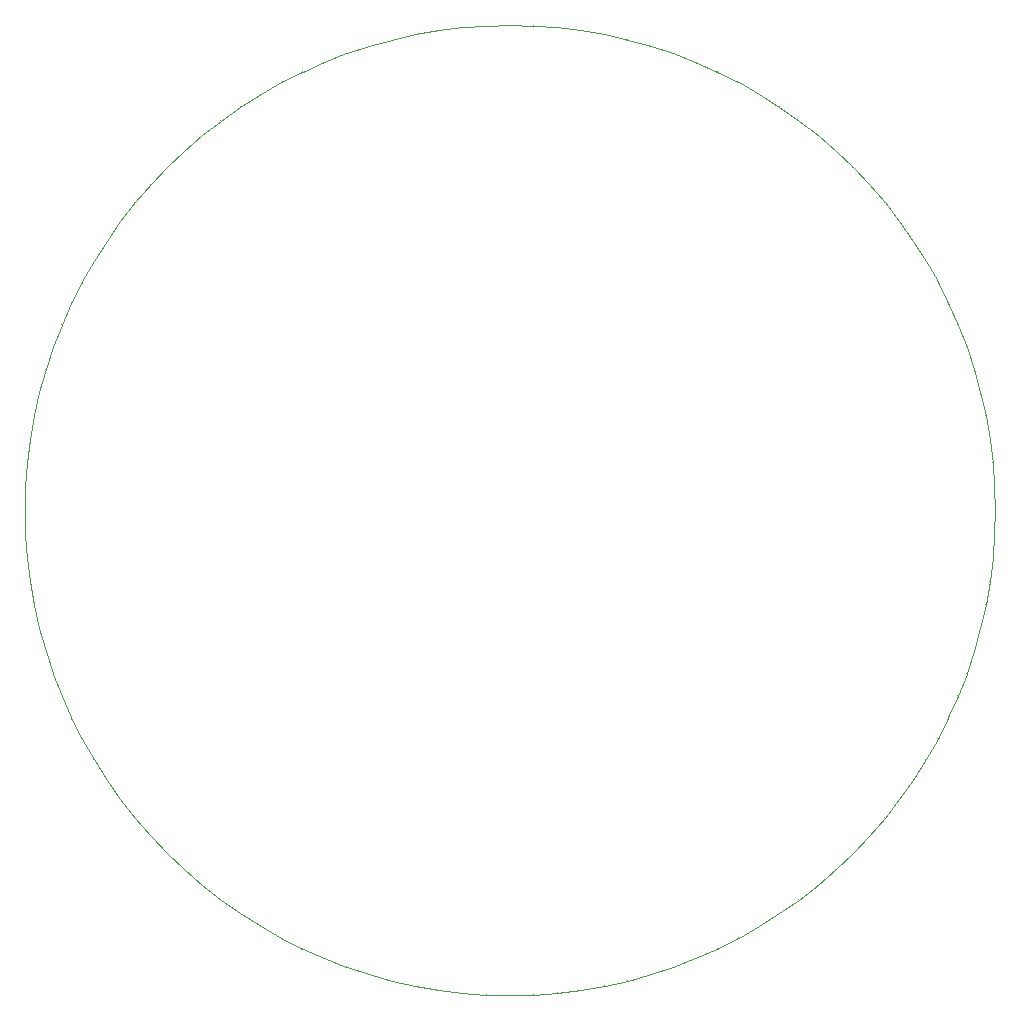
<source format=gko>
G04 Layer_Color=16720538*
%FSLAX24Y24*%
%MOIN*%
G70*
G01*
G75*
%ADD730C,0.0039*%
%ADD731C,0.0039*%
D730*
X42970Y38509D02*
G03*
X42969Y38509I-17J-11D01*
G01*
X43394Y37838D02*
G03*
X43394Y37839I-17J-10D01*
G01*
X43785Y37148D02*
G03*
X43785Y37149I-18J-9D01*
G01*
X43785Y37148D02*
G03*
X43785Y37149I-18J-9D01*
G01*
X43394Y37838D02*
G03*
X43394Y37839I-17J-10D01*
G01*
X42024Y39783D02*
G03*
X42024Y39784I-15J-12D01*
G01*
X42025Y39783D02*
G03*
X42024Y39783I-16J-12D01*
G01*
X42513Y39157D02*
G03*
X42512Y39158I-16J-11D01*
G01*
X42513Y39157D02*
G03*
X42512Y39158I-16J-11D01*
G01*
X42970Y38509D02*
G03*
X42969Y38509I-17J-11D01*
G01*
X44463Y35714D02*
G03*
X44463Y35715I-18J-7D01*
G01*
X44463Y35714D02*
G03*
X44463Y35715I-18J-7D01*
G01*
X44749Y34973D02*
G03*
X44749Y34974I-19J-6D01*
G01*
X44749Y34973D02*
G03*
X44749Y34974I-19J-6D01*
G01*
X44142Y36440D02*
G03*
X44141Y36440I-18J-9D01*
G01*
X44142Y36439D02*
G03*
X44142Y36440I-18J-8D01*
G01*
X44142Y36439D02*
G03*
X44142Y36440I-18J-8D01*
G01*
X40959Y40958D02*
G03*
X40959Y40959I-14J-13D01*
G01*
X40959Y40959D02*
G03*
X40958Y40959I-14J-14D01*
G01*
X40385Y41506D02*
G03*
X40384Y41506I-14J-14D01*
G01*
X41506Y40384D02*
G03*
X41506Y40385I-15J-13D01*
G01*
X41506Y40384D02*
G03*
X41506Y40385I-14J-13D01*
G01*
X39784Y42024D02*
G03*
X39783Y42025I-13J-15D01*
G01*
X39783Y42024D02*
G03*
X39783Y42025I-12J-15D01*
G01*
X39784Y42024D02*
G03*
X39783Y42024I-13J-15D01*
G01*
X40385Y41506D02*
G03*
X40384Y41506I-14J-14D01*
G01*
X42025Y39783D02*
G03*
X42024Y39784I-16J-12D01*
G01*
X44998Y34220D02*
G03*
X44998Y34221I-19J-5D01*
G01*
X44998Y34220D02*
G03*
X44998Y34221I-19J-5D01*
G01*
X45210Y33455D02*
G03*
X45209Y33456I-19J-4D01*
G01*
X45209Y33455D02*
G03*
X45209Y33456I-19J-4D01*
G01*
X35715Y44463D02*
G03*
X35714Y44463I-8J-18D01*
G01*
X35715Y44463D02*
G03*
X35714Y44463I-8J-18D01*
G01*
X36440Y44142D02*
G03*
X36439Y44142I-9J-18D01*
G01*
X36440Y44141D02*
G03*
X36440Y44142I-9J-18D01*
G01*
X36440Y44142D02*
G03*
X36439Y44142I-9J-18D01*
G01*
X34221Y44998D02*
G03*
X34220Y44998I-6J-19D01*
G01*
X34221Y44998D02*
G03*
X34220Y44998I-6J-19D01*
G01*
X34974Y44749D02*
G03*
X34973Y44749I-7J-18D01*
G01*
X34974Y44749D02*
G03*
X34973Y44749I-7J-18D01*
G01*
X38509Y42969D02*
G03*
X38509Y42970I-11J-16D01*
G01*
X38509Y42969D02*
G03*
X38509Y42970I-11J-16D01*
G01*
X39158Y42512D02*
G03*
X39157Y42513I-12J-16D01*
G01*
X39158Y42512D02*
G03*
X39157Y42513I-12J-16D01*
G01*
X37149Y43785D02*
G03*
X37148Y43785I-10J-17D01*
G01*
X37149Y43785D02*
G03*
X37148Y43785I-10J-17D01*
G01*
X37839Y43394D02*
G03*
X37838Y43394I-10J-17D01*
G01*
X37839Y43394D02*
G03*
X37838Y43394I-11J-17D01*
G01*
X31900Y45519D02*
G03*
X31899Y45519I-3J-19D01*
G01*
X31900Y45519D02*
G03*
X31899Y45519I-3J-19D01*
G01*
X32682Y45383D02*
G03*
X32681Y45383I-4J-19D01*
G01*
X32682Y45383D02*
G03*
X32681Y45383I-4J-19D01*
G01*
X30321Y45674D02*
G03*
X30320Y45674I-1J-20D01*
G01*
X30321Y45674D02*
G03*
X30320Y45674I-1J-20D01*
G01*
X31113Y45616D02*
G03*
X31112Y45616I-2J-20D01*
G01*
X31113Y45616D02*
G03*
X31112Y45616I-2J-20D01*
G01*
X33456Y45209D02*
G03*
X33455Y45209I-5J-19D01*
G01*
X33456Y45209D02*
G03*
X33455Y45210I-5J-19D01*
G01*
X45674Y30320D02*
G03*
X45674Y30321I-20J-1D01*
G01*
X45674Y30320D02*
G03*
X45674Y30321I-20J-0D01*
G01*
X45616Y31112D02*
G03*
X45616Y31113I-20J-1D01*
G01*
X45694Y29527D02*
G03*
X45694Y29528I-20J0D01*
G01*
X45519Y31899D02*
G03*
X45519Y31900I-20J-2D01*
G01*
X45519Y31899D02*
G03*
X45519Y31900I-20J-2D01*
G01*
X45383Y32681D02*
G03*
X45383Y32682I-19J-3D01*
G01*
X45616Y31112D02*
G03*
X45616Y31113I-20J-1D01*
G01*
X45694Y29527D02*
G03*
X45694Y29528I-20J0D01*
G01*
X45674Y28734D02*
G03*
X45674Y28735I-20J1D01*
G01*
X45674Y28734D02*
G03*
X45674Y28735I-20J1D01*
G01*
X45519Y27155D02*
G03*
X45519Y27156I-19J3D01*
G01*
X45519Y27155D02*
G03*
X45519Y27156I-19J3D01*
G01*
X45383Y26373D02*
G03*
X45383Y26374I-19J4D01*
G01*
X45383Y32681D02*
G03*
X45383Y32682I-19J-3D01*
G01*
Y26373D02*
G03*
X45383Y26374I-19J4D01*
G01*
X45209Y25599D02*
G03*
X45210Y25600I-19J5D01*
G01*
X45209Y25599D02*
G03*
X45209Y25600I-19J5D01*
G01*
X44998Y24834D02*
G03*
X44998Y24835I-19J6D01*
G01*
X44998Y24834D02*
G03*
X44998Y24835I-19J6D01*
G01*
X44749Y24081D02*
G03*
X44749Y24082I-18J7D01*
G01*
X44749Y24081D02*
G03*
X44749Y24082I-18J7D01*
G01*
X44463Y23341D02*
G03*
X44463Y23342I-18J8D01*
G01*
X44463Y23340D02*
G03*
X44463Y23341I-18J8D01*
G01*
X44142Y22615D02*
G03*
X44142Y22616I-18J9D01*
G01*
X44142Y22615D02*
G03*
X44142Y22616I-18J9D01*
G01*
X44141Y22615D02*
G03*
X44142Y22615I-18J9D01*
G01*
X43785Y21906D02*
G03*
X43785Y21907I-17J10D01*
G01*
X43785Y21906D02*
G03*
X43785Y21907I-17J10D01*
G01*
X43394Y21216D02*
G03*
X43394Y21217I-17J11D01*
G01*
X43394Y21216D02*
G03*
X43394Y21217I-17J10D01*
G01*
X42970Y20546D02*
G03*
X42970Y20547I-17J11D01*
G01*
X42969Y20546D02*
G03*
X42970Y20546I-16J11D01*
G01*
X42969Y20546D02*
G03*
X42970Y20546I-16J11D01*
G01*
X42512Y19897D02*
G03*
X42513Y19898I-16J12D01*
G01*
X42512Y19897D02*
G03*
X42513Y19898I-16J12D01*
G01*
X42024Y19272D02*
G03*
X42025Y19272I-15J12D01*
G01*
X42024Y19271D02*
G03*
X42024Y19272I-15J13D01*
G01*
X42024Y19271D02*
G03*
X42025Y19272I-15J13D01*
G01*
X40959Y18096D02*
G03*
X40959Y18097I-14J14D01*
G01*
X40959Y18096D02*
G03*
X40959Y18097I-14J14D01*
G01*
X40958Y18096D02*
G03*
X40959Y18096I-13J14D01*
G01*
X40384Y17549D02*
G03*
X40385Y17550I-13J14D01*
G01*
X40384Y17549D02*
G03*
X40385Y17549I-13J15D01*
G01*
X39783Y17031D02*
G03*
X39784Y17031I-12J16D01*
G01*
X39783Y17031D02*
G03*
X39784Y17031I-12J15D01*
G01*
X39783Y17030D02*
G03*
X39783Y17031I-12J16D01*
G01*
X39157Y16542D02*
G03*
X39158Y16543I-11J16D01*
G01*
X39157Y16542D02*
G03*
X39158Y16543I-11J16D01*
G01*
X38509Y16085D02*
G03*
X38509Y16086I-10J17D01*
G01*
X37839Y15661D02*
G03*
X37839Y15662I-10J17D01*
G01*
X37838Y15661D02*
G03*
X37839Y15661I-10J17D01*
G01*
X37838Y15661D02*
G03*
X37839Y15662I-10J17D01*
G01*
X37148Y15270D02*
G03*
X37149Y15270I-9J18D01*
G01*
X37148Y15270D02*
G03*
X37149Y15270I-9J18D01*
G01*
X36439Y14913D02*
G03*
X36440Y14914I-8J18D01*
G01*
X36439Y14913D02*
G03*
X36440Y14914I-8J18D01*
G01*
X35714Y14592D02*
G03*
X35715Y14592I-7J18D01*
G01*
X35714Y14592D02*
G03*
X35715Y14592I-7J18D01*
G01*
X34973Y14306D02*
G03*
X34974Y14306I-6J19D01*
G01*
X34973Y14306D02*
G03*
X34974Y14306I-6J19D01*
G01*
X34220Y14057D02*
G03*
X34221Y14058I-5J19D01*
G01*
X34220Y14057D02*
G03*
X34221Y14058I-5J19D01*
G01*
X33455Y13846D02*
G03*
X33456Y13846I-4J19D01*
G01*
X33455Y13846D02*
G03*
X33456Y13846I-4J19D01*
G01*
X32681Y13672D02*
G03*
X32682Y13672I-3J19D01*
G01*
X32681Y13672D02*
G03*
X32682Y13672I-3J19D01*
G01*
X31899Y13536D02*
G03*
X31900Y13536I-2J20D01*
G01*
X31899Y13536D02*
G03*
X31900Y13536I-2J20D01*
G01*
X31112Y13439D02*
G03*
X31113Y13439I-1J20D01*
G01*
X31112Y13439D02*
G03*
X31113Y13439I-1J20D01*
G01*
X30320Y13381D02*
G03*
X30321Y13381I-0J20D01*
G01*
X30320Y13381D02*
G03*
X30321Y13381I-1J20D01*
G01*
X29528Y45694D02*
G03*
X29527Y45694I-0J-20D01*
G01*
X29528D02*
G03*
X29527Y45694I-0J-20D01*
G01*
X28735Y45674D02*
G03*
X28734Y45674I1J-20D01*
G01*
X28735Y45674D02*
G03*
X28734Y45674I0J-20D01*
G01*
X27156Y45519D02*
G03*
X27155Y45519I2J-20D01*
G01*
X27156Y45519D02*
G03*
X27155Y45519I2J-20D01*
G01*
X26374Y45383D02*
G03*
X26373Y45383I3J-19D01*
G01*
X26374Y45383D02*
G03*
X26373Y45383I3J-19D01*
G01*
X25600Y45210D02*
G03*
X25599Y45209I4J-19D01*
G01*
X25600Y45209D02*
G03*
X25599Y45209I4J-19D01*
G01*
X24835Y44998D02*
G03*
X24834Y44998I5J-19D01*
G01*
X24835Y44998D02*
G03*
X24834Y44998I5J-19D01*
G01*
X24082Y44749D02*
G03*
X24081Y44749I6J-19D01*
G01*
X24082Y44749D02*
G03*
X24081Y44749I6J-19D01*
G01*
X23342Y44463D02*
G03*
X23341Y44463I7J-18D01*
G01*
X23341Y44463D02*
G03*
X23340Y44463I7J-18D01*
G01*
X22616Y44142D02*
G03*
X22615Y44142I8J-18D01*
G01*
X22615Y44142D02*
G03*
X22615Y44141I9J-18D01*
G01*
X22616Y44142D02*
G03*
X22615Y44142I8J-18D01*
G01*
X21907Y43785D02*
G03*
X21906Y43785I9J-18D01*
G01*
X21907Y43785D02*
G03*
X21906Y43785I9J-18D01*
G01*
X21217Y43394D02*
G03*
X21216Y43394I10J-17D01*
G01*
X21217Y43394D02*
G03*
X21216Y43394I10J-17D01*
G01*
X20546Y42970D02*
G03*
X20546Y42969I11J-17D01*
G01*
X20547Y42970D02*
G03*
X20546Y42970I10J-17D01*
G01*
X20546Y42970D02*
G03*
X20546Y42969I11J-17D01*
G01*
X19898Y42513D02*
G03*
X19897Y42512I11J-16D01*
G01*
X19898Y42513D02*
G03*
X19897Y42512I11J-16D01*
G01*
X19272Y42024D02*
G03*
X19271Y42024I12J-15D01*
G01*
X19272Y42025D02*
G03*
X19272Y42024I12J-16D01*
G01*
X19272Y42025D02*
G03*
X19271Y42024I12J-16D01*
G01*
X18097Y40959D02*
G03*
X18096Y40959I14J-14D01*
G01*
X18096Y40959D02*
G03*
X18096Y40958I14J-14D01*
G01*
X18097Y40959D02*
G03*
X18096Y40959I14J-14D01*
G01*
X17550Y40385D02*
G03*
X17549Y40384I14J-14D01*
G01*
X17549Y40385D02*
G03*
X17549Y40384I14J-14D01*
G01*
X17031Y39784D02*
G03*
X17031Y39783I15J-13D01*
G01*
X17031Y39783D02*
G03*
X17030Y39783I15J-12D01*
G01*
X17031Y39784D02*
G03*
X17031Y39783I15J-13D01*
G01*
X16543Y39158D02*
G03*
X16542Y39157I16J-12D01*
G01*
X16543Y39158D02*
G03*
X16542Y39157I16J-12D01*
G01*
X16086Y38509D02*
G03*
X16085Y38509I17J-11D01*
G01*
X15661Y37839D02*
G03*
X15661Y37838I17J-10D01*
G01*
X15662Y37839D02*
G03*
X15661Y37839I17J-11D01*
G01*
X15662Y37839D02*
G03*
X15661Y37838I17J-11D01*
G01*
X15270Y37149D02*
G03*
X15270Y37148I17J-10D01*
G01*
X15270Y37149D02*
G03*
X15270Y37148I17J-10D01*
G01*
X14914Y36440D02*
G03*
X14913Y36439I18J-9D01*
G01*
X14914Y36440D02*
G03*
X14913Y36439I18J-9D01*
G01*
X14592Y35715D02*
G03*
X14592Y35714I18J-8D01*
G01*
X14592Y35715D02*
G03*
X14592Y35714I18J-8D01*
G01*
X14306Y34974D02*
G03*
X14306Y34973I18J-7D01*
G01*
X14306Y34974D02*
G03*
X14306Y34973I18J-7D01*
G01*
X14058Y34221D02*
G03*
X14057Y34220I19J-6D01*
G01*
X14058Y34221D02*
G03*
X14057Y34220I19J-6D01*
G01*
X13846Y33456D02*
G03*
X13846Y33455I19J-5D01*
G01*
X13846Y33456D02*
G03*
X13846Y33455I19J-5D01*
G01*
X13672Y32682D02*
G03*
X13672Y32681I19J-4D01*
G01*
X26373Y13672D02*
G03*
X26374Y13672I4J19D01*
G01*
X25599Y13846D02*
G03*
X25600Y13846I5J19D01*
G01*
X26373Y13672D02*
G03*
X26374Y13672I4J19D01*
G01*
X29527Y13361D02*
G03*
X29528Y13361I0J20D01*
G01*
X29527D02*
G03*
X29528Y13361I0J20D01*
G01*
X28734Y13381D02*
G03*
X28735Y13381I1J20D01*
G01*
X27155Y13536D02*
G03*
X27156Y13536I3J19D01*
G01*
X27155Y13536D02*
G03*
X27156Y13536I3J19D01*
G01*
X28734Y13381D02*
G03*
X28735Y13381I1J20D01*
G01*
X21906Y15270D02*
G03*
X21907Y15270I10J17D01*
G01*
X22615Y14914D02*
G03*
X22616Y14913I9J18D01*
G01*
X21906Y15270D02*
G03*
X21907Y15270I10J17D01*
G01*
X21216Y15661D02*
G03*
X21217Y15661I10J17D01*
G01*
X21216Y15662D02*
G03*
X21216Y15661I11J17D01*
G01*
X21216Y15662D02*
G03*
X21217Y15661I11J17D01*
G01*
X20546Y16086D02*
G03*
X20547Y16085I11J17D01*
G01*
X24834Y14058D02*
G03*
X24835Y14057I6J19D01*
G01*
X24081Y14306D02*
G03*
X24082Y14306I7J18D01*
G01*
X25599Y13846D02*
G03*
X25600Y13846I5J19D01*
G01*
X24834Y14058D02*
G03*
X24835Y14057I6J19D01*
G01*
X23340Y14592D02*
G03*
X23341Y14592I8J18D01*
G01*
X22615Y14914D02*
G03*
X22616Y14913I9J18D01*
G01*
X24081Y14306D02*
G03*
X24082Y14306I7J18D01*
G01*
X23341Y14592D02*
G03*
X23342Y14592I8J18D01*
G01*
X13672Y26374D02*
G03*
X13672Y26373I19J3D01*
G01*
X13846Y25600D02*
G03*
X13846Y25599I19J4D01*
G01*
X13846Y25600D02*
G03*
X13846Y25599I19J4D01*
G01*
X14306Y24082D02*
G03*
X14306Y24081I19J6D01*
G01*
X14057Y24835D02*
G03*
X14058Y24834I19J5D01*
G01*
X14306Y24082D02*
G03*
X14306Y24081I19J6D01*
G01*
X14057Y24835D02*
G03*
X14058Y24834I19J5D01*
G01*
X13672Y32682D02*
G03*
X13672Y32681I19J-4D01*
G01*
X13536Y31900D02*
G03*
X13536Y31899I19J-3D01*
G01*
X13536Y31900D02*
G03*
X13536Y31899I19J-3D01*
G01*
X13439Y31113D02*
G03*
X13439Y31112I20J-2D01*
G01*
X13439Y31113D02*
G03*
X13439Y31112I20J-2D01*
G01*
X13381Y30321D02*
G03*
X13381Y30320I20J-1D01*
G01*
X13381Y30321D02*
G03*
X13381Y30320I20J-1D01*
G01*
X13361Y29528D02*
G03*
X13361Y29527I20J-0D01*
G01*
X13536Y27156D02*
G03*
X13536Y27155I20J2D01*
G01*
X13672Y26374D02*
G03*
X13672Y26373I19J3D01*
G01*
X13536Y27156D02*
G03*
X13536Y27155I20J2D01*
G01*
X13381Y28735D02*
G03*
X13381Y28734I20J1D01*
G01*
X13361Y29528D02*
G03*
X13361Y29527I20J-0D01*
G01*
X13381Y28735D02*
G03*
X13381Y28734I20J0D01*
G01*
X19271Y17031D02*
G03*
X19272Y17031I13J15D01*
G01*
X19897Y16543D02*
G03*
X19898Y16542I12J16D01*
G01*
X19897Y16543D02*
G03*
X19898Y16542I12J16D01*
G01*
X19272Y17031D02*
G03*
X19272Y17030I12J15D01*
G01*
X19271Y17031D02*
G03*
X19272Y17031I13J15D01*
G01*
X18096Y18097D02*
G03*
X18097Y18096I14J14D01*
G01*
X18096Y18097D02*
G03*
X18097Y18096I14J14D01*
G01*
X18671Y17550D02*
G03*
X18671Y17549I14J14D01*
G01*
X15270Y21907D02*
G03*
X15270Y21906I18J9D01*
G01*
X15661Y21217D02*
G03*
X15662Y21216I17J10D01*
G01*
X15661Y21216D02*
G03*
X15662Y21216I17J10D01*
G01*
X15661Y21217D02*
G03*
X15661Y21216I17J10D01*
G01*
X15270Y21907D02*
G03*
X15270Y21906I18J9D01*
G01*
X14592Y23341D02*
G03*
X14592Y23340I18J7D01*
G01*
X14592Y23342D02*
G03*
X14592Y23341I18J7D01*
G01*
X14913Y22616D02*
G03*
X14914Y22615I18J8D01*
G01*
X14913Y22616D02*
G03*
X14914Y22615I18J8D01*
G01*
X17031Y19272D02*
G03*
X17031Y19271I15J12D01*
G01*
X17030Y19272D02*
G03*
X17031Y19272I16J12D01*
G01*
X17549Y18671D02*
G03*
X17550Y18671I14J13D01*
G01*
X17031Y19272D02*
G03*
X17031Y19271I16J12D01*
G01*
X16085Y20547D02*
G03*
X16086Y20546I17J10D01*
G01*
X16542Y19898D02*
G03*
X16543Y19897I16J11D01*
G01*
X16542Y19898D02*
G03*
X16543Y19897I16J11D01*
G01*
X42970Y38509D02*
X42970Y38509D01*
X42970Y38509D01*
X43394Y37839D01*
X43394Y37839D01*
X43394Y37839D01*
X43394Y37838D02*
X43394Y37838D01*
X43394Y37838D01*
X43785Y37149D01*
X43785Y37149D01*
X43785Y37149D01*
X42024Y39783D02*
X42025Y39783D01*
X42025Y39783D01*
X42512Y39158D01*
X42512Y39158D01*
X42512Y39158D01*
X42513Y39157D02*
X42513Y39157D01*
X42513Y39157D01*
X42969Y38509D01*
X42969Y38509D01*
X42969Y38509D01*
X44463Y35714D02*
X44463Y35714D01*
X44749Y34974D01*
X44749Y34974D01*
X44749Y34973D02*
X44998Y34221D01*
X43785Y37148D02*
X43785Y37148D01*
X43785Y37148D01*
X44141Y36440D01*
X44142Y36440D01*
X44142Y36440D01*
X44142Y36439D02*
X44142Y36439D01*
X44463Y35715D01*
X44463Y35715D01*
X40959Y40959D02*
X40959Y40959D01*
X40958Y40959D02*
X40959Y40959D01*
X40385Y41506D02*
X40958Y40959D01*
X40385Y41506D02*
X40385Y41506D01*
X40384Y41506D02*
X40385Y41506D01*
X40959Y40959D02*
X40959Y40959D01*
X40959Y40958D01*
X41506Y40385D01*
X41506Y40385D01*
X41506Y40384D01*
X40384Y41506D02*
X40384Y41506D01*
X40384Y41506D02*
X40384Y41506D01*
X39784Y42024D02*
X40384Y41506D01*
X39784Y42024D02*
X39784Y42024D01*
X39784Y42024D02*
X39784Y42024D01*
X39783Y42025D02*
X39783Y42024D01*
X39783Y42025D02*
X39783Y42025D01*
X39158Y42512D02*
X39783Y42025D01*
X39158Y42512D02*
X39158Y42512D01*
X39158Y42512D02*
X39158Y42512D01*
X41506Y40384D02*
X41506Y40384D01*
X41506Y40384D01*
X42024Y39784D01*
X42024Y39784D01*
X42024Y39784D01*
X44998Y34220D02*
X45209Y33456D01*
X36439Y44142D02*
X36439Y44142D01*
X35715Y44463D02*
X36439Y44142D01*
X35715Y44463D02*
X35715Y44463D01*
X35714Y44463D02*
X35714Y44463D01*
X34974Y44749D02*
X35714Y44463D01*
X34974Y44749D02*
X34974Y44749D01*
X37148Y43785D02*
X37148Y43785D01*
X37148Y43785D02*
X37148Y43785D01*
X36440Y44141D02*
X37148Y43785D01*
X36440Y44142D02*
X36440Y44141D01*
X36440Y44142D02*
X36440Y44142D01*
X34221Y44998D02*
X34973Y44749D01*
X39157Y42513D02*
X39157Y42513D01*
X39157Y42513D02*
X39157Y42513D01*
X38509Y42969D02*
X39157Y42513D01*
X38509Y42969D02*
X38509Y42969D01*
X38509Y42969D02*
X38509Y42969D01*
X38509Y42970D02*
X38509Y42970D01*
X38509Y42970D02*
X38509Y42970D01*
X37839Y43394D02*
X38509Y42970D01*
X37839Y43394D02*
X37839Y43394D01*
X37839Y43394D02*
X37839Y43394D01*
X37838Y43394D02*
X37838Y43394D01*
X37838Y43394D02*
X37838Y43394D01*
X37149Y43785D02*
X37838Y43394D01*
X37149Y43785D02*
X37149Y43785D01*
X37149Y43785D02*
X37149Y43785D01*
X32681Y45383D02*
X32681Y45383D01*
X32681Y45383D02*
X32681Y45383D01*
X31900Y45519D02*
X32681Y45383D01*
X31900Y45519D02*
X31900Y45519D01*
X31900Y45519D02*
X31900Y45519D01*
X31113Y45616D02*
X31899Y45519D01*
X33455Y45210D02*
X33455Y45209D01*
X32682Y45383D02*
X33455Y45210D01*
X32682Y45383D02*
X32682Y45383D01*
X30321Y45674D02*
X31112Y45616D01*
X33456Y45209D02*
X34220Y44998D01*
X45616Y31112D02*
X45674Y30321D01*
X45674Y30320D02*
X45674Y30320D01*
X45674Y30320D01*
X45694Y29528D01*
X45694Y29528D01*
X45694Y29528D01*
X45383Y32681D02*
X45383Y32681D01*
X45383Y32681D01*
X45519Y31900D01*
X45519Y31900D01*
X45519Y31900D01*
X45519Y31899D02*
X45616Y31113D01*
X45694Y29527D02*
X45694Y29527D01*
X45694Y29527D02*
X45694Y29527D01*
X45674Y28735D02*
X45694Y29527D01*
X45674Y28735D02*
X45674Y28735D01*
X45674Y28735D02*
X45674Y28735D01*
X45616Y27943D02*
X45674Y28734D01*
X45519Y27156D02*
X45616Y27943D01*
X45519Y27155D02*
X45519Y27155D01*
X45519Y27155D02*
X45519Y27155D01*
X45383Y26374D02*
X45519Y27155D01*
X45383Y26374D02*
X45383Y26374D01*
X45383Y26374D02*
X45383Y26374D01*
X45209Y33455D02*
X45210Y33455D01*
X45383Y32682D01*
X45383Y32682D01*
X45383Y26373D02*
X45383Y26373D01*
X45210Y25600D02*
X45383Y26373D01*
X45209Y25600D02*
X45210Y25600D01*
X44998Y24835D02*
X45209Y25599D01*
X44749Y24082D02*
X44998Y24834D01*
X44749Y24081D02*
X44749Y24081D01*
X44463Y23342D02*
X44749Y24081D01*
X44463Y23341D02*
X44463Y23342D01*
X44463Y23340D02*
X44463Y23341D01*
X44142Y22616D02*
X44463Y23340D01*
X44142Y22616D02*
X44142Y22616D01*
X44142Y22615D02*
X44142Y22615D01*
X44141Y22615D02*
X44142Y22615D01*
X43785Y21907D02*
X44141Y22615D01*
X43785Y21907D02*
X43785Y21907D01*
X43785Y21907D02*
X43785Y21907D01*
X43785Y21906D02*
X43785Y21906D01*
X43785Y21906D02*
X43785Y21906D01*
X43394Y21217D02*
X43785Y21906D01*
X43394Y21217D02*
X43394Y21217D01*
X43394Y21217D02*
X43394Y21217D01*
X43394Y21216D02*
X43394Y21216D01*
X43394Y21216D02*
X43394Y21216D01*
X42970Y20547D02*
X43394Y21216D01*
X42970Y20546D02*
X42970Y20547D01*
X42970Y20546D02*
X42970Y20546D01*
X42969Y20546D02*
X42969Y20546D01*
X42969Y20546D02*
X42969Y20546D01*
X42513Y19898D02*
X42969Y20546D01*
X42513Y19898D02*
X42513Y19898D01*
X42513Y19898D02*
X42513Y19898D01*
X42512Y19897D02*
X42512Y19897D01*
X42512Y19897D02*
X42512Y19897D01*
X42025Y19272D02*
X42512Y19897D01*
X42025Y19272D02*
X42025Y19272D01*
X42024Y19272D02*
X42025Y19272D01*
X42024Y19271D02*
X42024Y19271D01*
X42024Y19271D02*
X42024Y19271D01*
X41506Y18671D02*
X42024Y19271D01*
X41506Y18671D02*
X41506Y18671D01*
X41506Y18671D02*
X41506Y18671D01*
X41506Y18671D02*
X41506Y18671D01*
X41506Y18671D02*
X41506Y18671D01*
X40959Y18097D02*
X41506Y18671D01*
X40959Y18097D02*
X40959Y18097D01*
X40959Y18097D02*
X40959Y18097D01*
X40959Y18096D02*
X40959Y18096D01*
X40958Y18096D02*
X40959Y18096D01*
X40385Y17550D02*
X40958Y18096D01*
X40385Y17549D02*
X40385Y17550D01*
X40384Y17549D02*
X40385Y17549D01*
X40384Y17549D02*
X40384Y17549D01*
X40384Y17549D02*
X40384Y17549D01*
X39784Y17031D02*
X40384Y17549D01*
X39784Y17031D02*
X39784Y17031D01*
X39784Y17031D02*
X39784Y17031D01*
X39783Y17031D02*
X39783Y17031D01*
X39783Y17030D02*
X39783Y17031D01*
X39158Y16543D02*
X39783Y17030D01*
X39158Y16543D02*
X39158Y16543D01*
X39158Y16543D02*
X39158Y16543D01*
X39157Y16542D02*
X39157Y16542D01*
X39157Y16542D02*
X39157Y16542D01*
X38509Y16086D02*
X39157Y16542D01*
X38509Y16086D02*
X38509Y16086D01*
X38509Y16086D02*
X38509Y16086D01*
X38509Y16086D02*
X38509Y16086D01*
X38509Y16085D02*
X38509Y16086D01*
X37839Y15662D02*
X38509Y16085D01*
X37839Y15662D02*
X37839Y15662D01*
X37839Y15661D02*
X37839Y15662D01*
X37838Y15661D02*
X37838Y15661D01*
X37838Y15661D02*
X37838Y15661D01*
X37149Y15270D02*
X37838Y15661D01*
X37149Y15270D02*
X37149Y15270D01*
X37149Y15270D02*
X37149Y15270D01*
X37148Y15270D02*
X37148Y15270D01*
X37148Y15270D02*
X37148Y15270D01*
X36440Y14914D02*
X37148Y15270D01*
X36440Y14914D02*
X36440Y14914D01*
X36440Y14914D02*
X36440Y14914D01*
X36439Y14913D02*
X36439Y14913D01*
X35715Y14592D02*
X36439Y14913D01*
X35715Y14592D02*
X35715Y14592D01*
X35714Y14592D02*
X35714Y14592D01*
X34974Y14306D02*
X35714Y14592D01*
X34974Y14306D02*
X34974Y14306D01*
X34221Y14058D02*
X34973Y14306D01*
X33456Y13846D02*
X34220Y14057D01*
X33455Y13846D02*
X33455Y13846D01*
X32682Y13672D02*
X33455Y13846D01*
X32682Y13672D02*
X32682Y13672D01*
X32681Y13672D02*
X32681Y13672D01*
X32681Y13672D02*
X32681Y13672D01*
X31900Y13536D02*
X32681Y13672D01*
X31900Y13536D02*
X31900Y13536D01*
X31900Y13536D02*
X31900Y13536D01*
X31113Y13439D02*
X31899Y13536D01*
X30321Y13381D02*
X31112Y13439D01*
X30320Y45674D02*
X30320Y45674D01*
X30320Y45674D02*
X30320Y45674D01*
X29528Y45694D02*
X30320Y45674D01*
X29528Y45694D02*
X29528Y45694D01*
X29528Y45694D02*
X29528Y45694D01*
X29527D02*
X29527Y45694D01*
X29527Y45694D02*
X29527Y45694D01*
X28735Y45674D02*
X29527Y45694D01*
X28735Y45674D02*
X28735Y45674D01*
X28735Y45674D02*
X28735Y45674D01*
X27943Y45616D02*
X28734Y45674D01*
X27156Y45519D02*
X27943Y45616D01*
X27155Y45519D02*
X27155Y45519D01*
X27155Y45519D02*
X27155Y45519D01*
X26374Y45383D02*
X27155Y45519D01*
X26374Y45383D02*
X26374Y45383D01*
X26374Y45383D02*
X26374Y45383D01*
X26373Y45383D02*
X26373Y45383D01*
X25600Y45210D02*
X26373Y45383D01*
X25600Y45209D02*
X25600Y45210D01*
X24835Y44998D02*
X25599Y45209D01*
X24082Y44749D02*
X24834Y44998D01*
X24081Y44749D02*
X24081Y44749D01*
X23342Y44463D02*
X24081Y44749D01*
X23341Y44463D02*
X23342Y44463D01*
X23340Y44463D02*
X23341Y44463D01*
X22616Y44142D02*
X23340Y44463D01*
X22616Y44142D02*
X22616Y44142D01*
X22615Y44142D02*
X22615Y44142D01*
X22615Y44141D02*
X22615Y44142D01*
X21907Y43785D02*
X22615Y44141D01*
X21907Y43785D02*
X21907Y43785D01*
X21907Y43785D02*
X21907Y43785D01*
X21906Y43785D02*
X21906Y43785D01*
X21906Y43785D02*
X21906Y43785D01*
X21217Y43394D02*
X21906Y43785D01*
X21217Y43394D02*
X21217Y43394D01*
X21217Y43394D02*
X21217Y43394D01*
X21216Y43394D02*
X21216Y43394D01*
X21216Y43394D02*
X21216Y43394D01*
X20547Y42970D02*
X21216Y43394D01*
X20546Y42970D02*
X20547Y42970D01*
X20546Y42970D02*
X20546Y42970D01*
X20546Y42969D02*
X20546Y42969D01*
X20546Y42969D02*
X20546Y42969D01*
X19898Y42513D02*
X20546Y42969D01*
X19898Y42513D02*
X19898Y42513D01*
X19898Y42513D02*
X19898Y42513D01*
X19897Y42512D02*
X19897Y42512D01*
X19897Y42512D02*
X19897Y42512D01*
X19272Y42025D02*
X19897Y42512D01*
X19272Y42025D02*
X19272Y42025D01*
X19272Y42024D02*
X19272Y42025D01*
X19271Y42024D02*
X19271Y42024D01*
X19271Y42024D02*
X19271Y42024D01*
X18671Y41506D02*
X19271Y42024D01*
X18671Y41506D02*
X18671Y41506D01*
X18671Y41506D02*
X18671Y41506D01*
X18671Y41506D02*
X18671Y41506D01*
X18671Y41506D02*
X18671Y41506D01*
X18097Y40959D02*
X18671Y41506D01*
X18097Y40959D02*
X18097Y40959D01*
X18097Y40959D02*
X18097Y40959D01*
X18096Y40959D02*
X18096Y40959D01*
X18096Y40958D02*
X18096Y40959D01*
X17550Y40385D02*
X18096Y40958D01*
X17549Y40385D02*
X17550Y40385D01*
X17549Y40384D02*
X17549Y40385D01*
X17549Y40384D02*
X17549Y40384D01*
X17549Y40384D02*
X17549Y40384D01*
X17031Y39784D02*
X17549Y40384D01*
X17031Y39784D02*
X17031Y39784D01*
X17031Y39784D02*
X17031Y39784D01*
X17031Y39783D02*
X17031Y39783D01*
X17030Y39783D02*
X17031Y39783D01*
X16543Y39158D02*
X17030Y39783D01*
X16543Y39158D02*
X16543Y39158D01*
X16543Y39158D02*
X16543Y39158D01*
X16542Y39157D02*
X16542Y39157D01*
X16542Y39157D02*
X16542Y39157D01*
X16086Y38509D02*
X16542Y39157D01*
X16086Y38509D02*
X16086Y38509D01*
X16086Y38509D02*
X16086Y38509D01*
X16086Y38509D02*
X16086Y38509D01*
X16085Y38509D02*
X16086Y38509D01*
X15662Y37839D02*
X16085Y38509D01*
X15662Y37839D02*
X15662Y37839D01*
X15661Y37839D02*
X15662Y37839D01*
X15661Y37838D02*
X15661Y37838D01*
X15661Y37838D02*
X15661Y37838D01*
X15270Y37149D02*
X15661Y37838D01*
X15270Y37149D02*
X15270Y37149D01*
X15270Y37149D02*
X15270Y37149D01*
X15270Y37148D02*
X15270Y37148D01*
X15270Y37148D02*
X15270Y37148D01*
X14914Y36440D02*
X15270Y37148D01*
X14914Y36440D02*
X14914Y36440D01*
X14914Y36440D02*
X14914Y36440D01*
X14913Y36439D02*
X14913Y36439D01*
X14592Y35715D02*
X14913Y36439D01*
X14592Y35715D02*
X14592Y35715D01*
X14592Y35714D02*
X14592Y35714D01*
X14306Y34974D02*
X14592Y35714D01*
X14306Y34974D02*
X14306Y34974D01*
X14058Y34221D02*
X14306Y34973D01*
X13846Y33456D02*
X14057Y34220D01*
X13846Y33455D02*
X13846Y33455D01*
X13672Y32682D02*
X13846Y33455D01*
X13672Y32682D02*
X13672Y32682D01*
X26373Y13672D02*
X26373Y13672D01*
X25600Y13846D02*
X26373Y13672D01*
X25600Y13846D02*
X25600Y13846D01*
X27155Y13536D02*
X27155Y13536D01*
X27155Y13536D02*
X27155Y13536D01*
X26374Y13672D02*
X27155Y13536D01*
X26374Y13672D02*
X26374Y13672D01*
X26374Y13672D02*
X26374Y13672D01*
X30320Y13381D02*
X30320Y13381D01*
X30320Y13381D02*
X30320Y13381D01*
X29528Y13361D02*
X30320Y13381D01*
X29528Y13361D02*
X29528Y13361D01*
X29528Y13361D02*
X29528Y13361D01*
X29527D02*
X29527Y13361D01*
X29527Y13361D02*
X29527Y13361D01*
X28735Y13381D02*
X29527Y13361D01*
X28735Y13381D02*
X28735Y13381D01*
X28735Y13381D02*
X28735Y13381D01*
X27156Y13536D02*
X27943Y13439D01*
X27943Y13439D02*
X28734Y13381D01*
X21906Y15270D02*
X21906Y15270D01*
X21906Y15270D02*
X21906Y15270D01*
X21217Y15661D02*
X21906Y15270D01*
X21217Y15661D02*
X21217Y15661D01*
X21217Y15661D02*
X21217Y15661D01*
X22615Y14914D02*
X22615Y14914D01*
X22615Y14914D02*
X22615Y14914D01*
X21907Y15270D02*
X22615Y14914D01*
X21907Y15270D02*
X21907Y15270D01*
X21907Y15270D02*
X21907Y15270D01*
X20546Y16086D02*
X20546Y16086D01*
X20546Y16086D02*
X20546Y16086D01*
X19898Y16542D02*
X20546Y16086D01*
X19898Y16542D02*
X19898Y16542D01*
X19898Y16542D02*
X19898Y16542D01*
X21216Y15662D02*
X21216Y15661D01*
X21216Y15662D02*
X21216Y15662D01*
X20547Y16085D02*
X21216Y15662D01*
X20546Y16086D02*
X20547Y16085D01*
X20546Y16086D02*
X20546Y16086D01*
X24082Y14306D02*
X24834Y14058D01*
X24835Y14057D02*
X25599Y13846D01*
X23340Y14592D02*
X23341Y14592D01*
X22616Y14913D02*
X23340Y14592D01*
X22616Y14913D02*
X22616Y14913D01*
X24081Y14306D02*
X24081Y14306D01*
X23342Y14592D02*
X24081Y14306D01*
X23341Y14592D02*
X23342Y14592D01*
X13672Y26373D02*
X13672Y26373D01*
X13846Y25600D01*
X13846Y25600D01*
X13846Y25599D02*
X14057Y24835D01*
X14058Y24834D02*
X14306Y24082D01*
X13672Y32681D02*
X13672Y32681D01*
X13672Y32681D02*
X13672Y32681D01*
X13536Y31900D02*
X13672Y32681D01*
X13536Y31900D02*
X13536Y31900D01*
X13536Y31900D02*
X13536Y31900D01*
X13439Y31113D02*
X13536Y31899D01*
X13381Y30321D02*
X13439Y31112D01*
X13381Y30320D02*
X13381Y30320D01*
X13381Y30320D02*
X13381Y30320D01*
X13361Y29528D02*
X13381Y30320D01*
X13361Y29528D02*
X13361Y29528D01*
X13361Y29528D02*
X13361Y29528D01*
X13439Y27943D02*
X13536Y27156D01*
X13536Y27155D02*
X13536Y27155D01*
X13536Y27155D01*
X13672Y26374D01*
X13672Y26374D01*
X13672Y26374D01*
X13361Y29527D02*
X13361Y29527D01*
X13361Y29527D01*
X13381Y28735D01*
X13381Y28735D01*
X13381Y28735D01*
X13381Y28734D02*
X13439Y27943D01*
X19271Y17031D02*
X19271Y17031D01*
X19271Y17031D02*
X19271Y17031D01*
X18671Y17549D02*
X19271Y17031D01*
X18671Y17549D02*
X18671Y17549D01*
X18671Y17549D02*
X18671Y17549D01*
X19897Y16543D02*
X19897Y16543D01*
X19897Y16543D02*
X19897Y16543D01*
X19272Y17030D02*
X19897Y16543D01*
X19272Y17031D02*
X19272Y17030D01*
X19272Y17031D02*
X19272Y17031D01*
X17549Y18671D02*
X17549Y18671D01*
X17550Y18671D01*
X18096Y18097D01*
X18096Y18097D01*
X18096Y18097D01*
X18671Y17549D02*
X18671Y17549D01*
X18671Y17550D02*
X18671Y17549D01*
X18097Y18096D02*
X18671Y17550D01*
X18097Y18096D02*
X18097Y18096D01*
X18097Y18096D02*
X18097Y18096D01*
X14914Y22615D02*
X14914Y22615D01*
X14914Y22615D01*
X15270Y21907D01*
X15270Y21907D01*
X15270Y21907D01*
X15270Y21906D02*
X15270Y21906D01*
X15270Y21906D01*
X15661Y21217D01*
X15661Y21217D01*
X15661Y21217D01*
X14306Y24081D02*
X14306Y24081D01*
X14592Y23342D01*
X14592Y23341D01*
X14592Y23341D02*
X14592Y23340D01*
X14913Y22616D01*
X14913Y22616D01*
X16543Y19897D02*
X16543Y19897D01*
X16543Y19897D01*
X17030Y19272D01*
X17031Y19272D01*
X17031Y19272D01*
X17031Y19271D02*
X17031Y19271D01*
X17031Y19271D01*
X17549Y18671D01*
X17549Y18671D01*
X17549Y18671D01*
X15661Y21216D02*
X15662Y21216D01*
X15662Y21216D01*
X16085Y20547D01*
X16086Y20546D01*
X16086Y20546D01*
X16086Y20546D02*
X16086Y20546D01*
X16086Y20546D01*
X16542Y19898D01*
X16542Y19898D01*
X16542Y19898D01*
D731*
X42970Y38509D02*
D03*
X43394Y37839D02*
D03*
X43785Y37148D02*
D03*
X43785Y37149D02*
D03*
X43394Y37838D02*
D03*
X42512Y39158D02*
D03*
X42513Y39157D02*
D03*
X42969Y38509D02*
D03*
X40959Y40959D02*
D03*
X40959Y40959D02*
D03*
X40384Y41506D02*
D03*
X41506Y40384D02*
D03*
X41506Y40384D02*
D03*
X39784Y42024D02*
D03*
X40384Y41506D02*
D03*
X42024Y39784D02*
D03*
X38509Y42969D02*
D03*
X38509Y42970D02*
D03*
X39158Y42512D02*
D03*
X39157Y42513D02*
D03*
X37149Y43785D02*
D03*
X37148Y43785D02*
D03*
X37839Y43394D02*
D03*
X37838Y43394D02*
D03*
X31900Y45519D02*
D03*
X32681Y45383D02*
D03*
X30320Y45674D02*
D03*
X45674Y30320D02*
D03*
X45674Y30320D02*
D03*
X45694Y29528D02*
D03*
X45694Y29528D02*
D03*
X45694Y29528D02*
D03*
X45519Y31900D02*
D03*
X45383Y32681D02*
D03*
X45694Y29527D02*
D03*
X45674Y28735D02*
D03*
X45674Y28735D02*
D03*
X45616Y27943D02*
D03*
D03*
X45519Y27155D02*
D03*
X45383Y26374D02*
D03*
X43785Y21907D02*
D03*
X43785Y21906D02*
D03*
X43394Y21217D02*
D03*
X43394Y21216D02*
D03*
X42969Y20546D02*
D03*
X42513Y19898D02*
D03*
X42512Y19897D02*
D03*
X42024Y19271D02*
D03*
X41506Y18671D02*
D03*
X41506Y18671D02*
D03*
X41506Y18671D02*
D03*
X41506Y18671D02*
D03*
X40959Y18097D02*
D03*
X40384Y17549D02*
D03*
X40384Y17549D02*
D03*
X39784Y17031D02*
D03*
X39158Y16543D02*
D03*
X39157Y16542D02*
D03*
X38509Y16086D02*
D03*
X38509Y16086D02*
D03*
X38509Y16086D02*
D03*
X37838Y15661D02*
D03*
X37149Y15270D02*
D03*
X37148Y15270D02*
D03*
X36440Y14914D02*
D03*
X32681Y13672D02*
D03*
X31900Y13536D02*
D03*
X30320Y13381D02*
D03*
X29528Y45694D02*
D03*
X29527Y45694D02*
D03*
X28735Y45674D02*
D03*
X27943Y45616D02*
D03*
D03*
X27155Y45519D02*
D03*
X26374Y45383D02*
D03*
X21907Y43785D02*
D03*
X21906Y43785D02*
D03*
X21217Y43394D02*
D03*
X21216Y43394D02*
D03*
X20546Y42969D02*
D03*
X19898Y42513D02*
D03*
X19897Y42512D02*
D03*
X19271Y42024D02*
D03*
X18671Y41506D02*
D03*
X18671Y41506D02*
D03*
X18671Y41506D02*
D03*
X18671Y41506D02*
D03*
X18097Y40959D02*
D03*
X17549Y40384D02*
D03*
X17549Y40384D02*
D03*
X17031Y39784D02*
D03*
X16543Y39158D02*
D03*
X16542Y39157D02*
D03*
X16086Y38509D02*
D03*
X16086Y38509D02*
D03*
X16086Y38509D02*
D03*
X15661Y37838D02*
D03*
X15270Y37149D02*
D03*
X15270Y37148D02*
D03*
X14914Y36440D02*
D03*
X26374Y13672D02*
D03*
X29528Y13361D02*
D03*
X29527Y13361D02*
D03*
X28735Y13381D02*
D03*
X27943Y13439D02*
D03*
X27155Y13536D02*
D03*
X27943Y13439D02*
D03*
X21906Y15270D02*
D03*
X22615Y14914D02*
D03*
X21907Y15270D02*
D03*
X20546Y16086D02*
D03*
X20546Y16086D02*
D03*
X21217Y15661D02*
D03*
X20546Y16086D02*
D03*
X13672Y32681D02*
D03*
X13536Y31900D02*
D03*
X13381Y30320D02*
D03*
X13361Y29528D02*
D03*
X13439Y27943D02*
D03*
X13672Y26374D02*
D03*
X13536Y27155D02*
D03*
X13381Y28735D02*
D03*
X13361Y29527D02*
D03*
X13439Y27943D02*
D03*
X19271Y17031D02*
D03*
X19897Y16543D02*
D03*
X19898Y16542D02*
D03*
X18097Y18096D02*
D03*
X18096Y18097D02*
D03*
X18671Y17549D02*
D03*
X18671Y17549D02*
D03*
X18671Y17549D02*
D03*
X15270Y21907D02*
D03*
X15661Y21217D02*
D03*
X15270Y21906D02*
D03*
X14914Y22615D02*
D03*
X17549Y18671D02*
D03*
X17549Y18671D02*
D03*
X17549Y18671D02*
D03*
X17031Y19271D02*
D03*
X16086Y20546D02*
D03*
X16542Y19898D02*
D03*
X16543Y19897D02*
D03*
X16086Y20546D02*
D03*
X16086Y20546D02*
D03*
M02*

</source>
